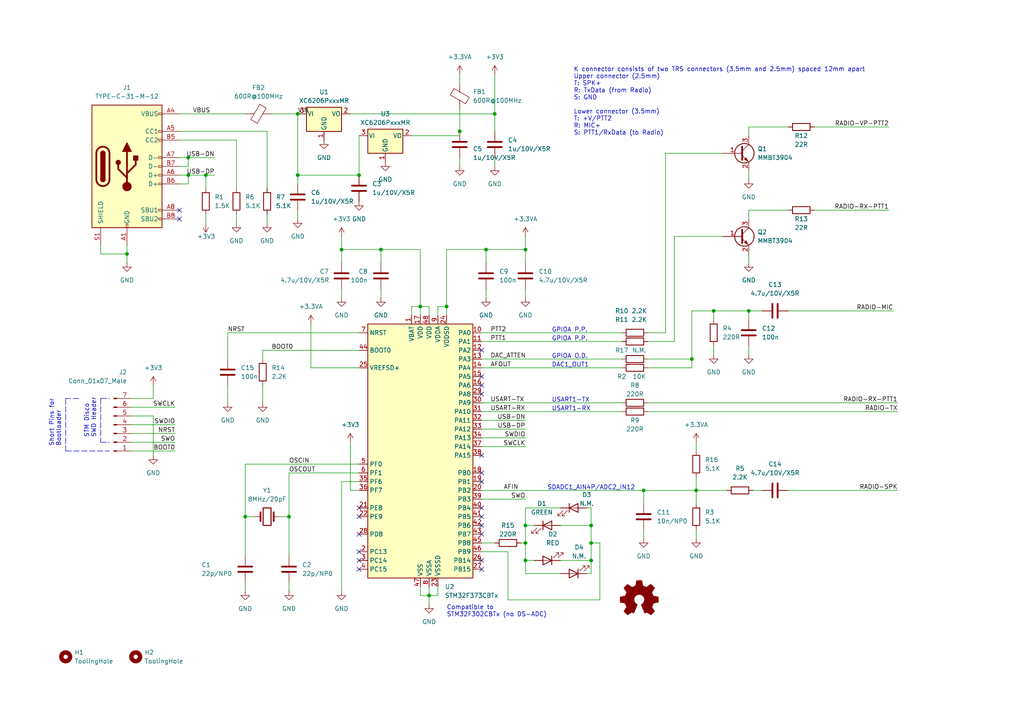
<source format=kicad_sch>
(kicad_sch (version 20231120) (generator "eeschema") (generator_version "8.0")
  (paper "A4")
  (title_block (title "All-In-One-Cable (AIOC)") (rev "1.0"))
  (lib_symbols
    (symbol "Connector:Conn_01x07_Male" (pin_names (offset 1.016) hide)
      (property "Reference" "J" (at 0 10.16 0))
      (property "Value" "Conn_01x07_Male" (at 0 -10.16 0))
      (symbol "Conn_01x07_Male_1_1"
        (pin passive line (at 5.08 7.62 180) (length 3.81) (name "Pin_1") (number "1"))
        (pin passive line (at 5.08 5.08 180) (length 3.81) (name "Pin_2") (number "2"))
        (pin passive line (at 5.08 2.54 180) (length 3.81) (name "Pin_3") (number "3"))
        (pin passive line (at 5.08 0 180) (length 3.81) (name "Pin_4") (number "4"))
        (pin passive line (at 5.08 -2.54 180) (length 3.81) (name "Pin_5") (number "5"))
        (pin passive line (at 5.08 -5.08 180) (length 3.81) (name "Pin_6") (number "6"))
        (pin passive line (at 5.08 -7.62 180) (length 3.81) (name "Pin_7") (number "7"))
      )
    )
    (symbol "Connector:USB_C_Receptacle_USB2.0" (pin_names (offset 1.016))
      (property "Reference" "J" (at -10.16 19.05 0))
      (property "Value" "USB_C_Receptacle_USB2.0" (at 19.05 19.05 0))
      (symbol "USB_C_Receptacle_USB2.0_1_1"
        (pin passive line (at 0 -22.86 90) (length 5.08) (name "GND") (number "A1"))
        (pin passive line (at 0 -22.86 90) (length 5.08) hide (name "GND") (number "A12"))
        (pin passive line (at 15.24 15.24 180) (length 5.08) (name "VBUS") (number "A4"))
        (pin bidirectional line (at 15.24 10.16 180) (length 5.08) (name "CC1") (number "A5"))
        (pin bidirectional line (at 15.24 -2.54 180) (length 5.08) (name "D+") (number "A6"))
        (pin bidirectional line (at 15.24 2.54 180) (length 5.08) (name "D-") (number "A7"))
        (pin bidirectional line (at 15.24 -12.7 180) (length 5.08) (name "SBU1") (number "A8"))
        (pin passive line (at 15.24 15.24 180) (length 5.08) hide (name "VBUS") (number "A9"))
        (pin passive line (at 0 -22.86 90) (length 5.08) hide (name "GND") (number "B1"))
        (pin passive line (at 0 -22.86 90) (length 5.08) hide (name "GND") (number "B12"))
        (pin passive line (at 15.24 15.24 180) (length 5.08) hide (name "VBUS") (number "B4"))
        (pin bidirectional line (at 15.24 7.62 180) (length 5.08) (name "CC2") (number "B5"))
        (pin bidirectional line (at 15.24 -5.08 180) (length 5.08) (name "D+") (number "B6"))
        (pin bidirectional line (at 15.24 0 180) (length 5.08) (name "D-") (number "B7"))
        (pin bidirectional line (at 15.24 -15.24 180) (length 5.08) (name "SBU2") (number "B8"))
        (pin passive line (at 15.24 15.24 180) (length 5.08) hide (name "VBUS") (number "B9"))
        (pin passive line (at -7.62 -22.86 90) (length 5.08) (name "SHIELD") (number "S1"))
      )
    )
    (symbol "Device:C" (pin_numbers hide) (pin_names (offset 0.254))
      (property "Reference" "C" (at 0.635 2.54 0))
      (property "Value" "C" (at 0.635 -2.54 0))
      (symbol "C_1_1"
        (pin passive line (at 0 3.81 270) (length 2.794) (name "~") (number "1"))
        (pin passive line (at 0 -3.81 90) (length 2.794) (name "~") (number "2"))
      )
    )
    (symbol "Device:Crystal" (pin_numbers hide) (pin_names (offset 1.016) hide)
      (property "Reference" "Y" (at 0 3.81 0))
      (property "Value" "Crystal" (at 0 -3.81 0))
      (symbol "Crystal_1_1"
        (pin passive line (at -3.81 0 0) (length 1.27) (name "1") (number "1"))
        (pin passive line (at 3.81 0 180) (length 1.27) (name "2") (number "2"))
      )
    )
    (symbol "Device:FerriteBead" (pin_numbers hide) (pin_names (offset 0))
      (property "Reference" "FB" (at -3.81 0.635 90))
      (property "Value" "FerriteBead" (at 3.81 0 90))
      (symbol "FerriteBead_1_1"
        (pin passive line (at 0 3.81 270) (length 2.54) (name "~") (number "1"))
        (pin passive line (at 0 -3.81 90) (length 2.54) (name "~") (number "2"))
      )
    )
    (symbol "Device:LED" (pin_numbers hide) (pin_names (offset 1.016) hide)
      (property "Reference" "D" (at 0 2.54 0))
      (property "Value" "LED" (at 0 -2.54 0))
      (symbol "LED_1_1"
        (pin passive line (at -3.81 0 0) (length 2.54) (name "K") (number "1"))
        (pin passive line (at 3.81 0 180) (length 2.54) (name "A") (number "2"))
      )
    )
    (symbol "Device:R" (pin_numbers hide) (pin_names (offset 0))
      (property "Reference" "R" (at 2.032 0 90))
      (property "Value" "R" (at 0 0 90))
      (symbol "R_1_1"
        (pin passive line (at 0 3.81 270) (length 1.27) (name "~") (number "1"))
        (pin passive line (at 0 -3.81 90) (length 1.27) (name "~") (number "2"))
      )
    )
    (symbol "Graphic:Logo_Open_Hardware_Small" (pin_names (offset 1.016)))
    (symbol "MCU_ST_STM32F3:STM32F373CBTx"
      (property "Reference" "U" (at -15.24 36.83 0))
      (property "Value" "STM32F373CBTx" (at 10.16 36.83 0))
      (symbol "STM32F373CBTx_1_1"
        (pin power_in line (at -2.54 38.1 270) (length 2.54) (name "VBAT") (number "1"))
        (pin bidirectional line (at 17.78 33.02 180) (length 2.54) (name "PA0") (number "10"))
        (pin bidirectional line (at 17.78 30.48 180) (length 2.54) (name "PA1") (number "11"))
        (pin bidirectional line (at 17.78 27.94 180) (length 2.54) (name "PA2") (number "12"))
        (pin bidirectional line (at 17.78 25.4 180) (length 2.54) (name "PA3") (number "13"))
        (pin bidirectional line (at 17.78 22.86 180) (length 2.54) (name "PA4") (number "14"))
        (pin bidirectional line (at 17.78 20.32 180) (length 2.54) (name "PA5") (number "15"))
        (pin bidirectional line (at 17.78 17.78 180) (length 2.54) (name "PA6") (number "16"))
        (pin power_in line (at 0 38.1 270) (length 2.54) (name "VDD") (number "17"))
        (pin bidirectional line (at 17.78 -7.62 180) (length 2.54) (name "PB0") (number "18"))
        (pin bidirectional line (at 17.78 -10.16 180) (length 2.54) (name "PB1") (number "19"))
        (pin bidirectional line (at -17.78 -30.48 0) (length 2.54) (name "PC13") (number "2"))
        (pin bidirectional line (at 17.78 -12.7 180) (length 2.54) (name "PB2") (number "20"))
        (pin bidirectional line (at -17.78 -17.78 0) (length 2.54) (name "PE8") (number "21"))
        (pin bidirectional line (at -17.78 -20.32 0) (length 2.54) (name "PE9") (number "22"))
        (pin power_in line (at 5.08 -40.64 90) (length 2.54) (name "VSSSD") (number "23"))
        (pin power_in line (at 7.62 38.1 270) (length 2.54) (name "VDDSD") (number "24"))
        (pin power_in line (at -17.78 22.86 0) (length 2.54) (name "VREFSD+") (number "25"))
        (pin bidirectional line (at 17.78 -33.02 180) (length 2.54) (name "PB14") (number "26"))
        (pin bidirectional line (at 17.78 -35.56 180) (length 2.54) (name "PB15") (number "27"))
        (pin bidirectional line (at -17.78 -25.4 0) (length 2.54) (name "PD8") (number "28"))
        (pin bidirectional line (at 17.78 15.24 180) (length 2.54) (name "PA8") (number "29"))
        (pin bidirectional line (at -17.78 -33.02 0) (length 2.54) (name "PC14") (number "3"))
        (pin bidirectional line (at 17.78 12.7 180) (length 2.54) (name "PA9") (number "30"))
        (pin bidirectional line (at 17.78 10.16 180) (length 2.54) (name "PA10") (number "31"))
        (pin bidirectional line (at 17.78 7.62 180) (length 2.54) (name "PA11") (number "32"))
        (pin bidirectional line (at 17.78 5.08 180) (length 2.54) (name "PA12") (number "33"))
        (pin bidirectional line (at 17.78 2.54 180) (length 2.54) (name "PA13") (number "34"))
        (pin bidirectional line (at -17.78 -10.16 0) (length 2.54) (name "PF6") (number "35"))
        (pin bidirectional line (at -17.78 -12.7 0) (length 2.54) (name "PF7") (number "36"))
        (pin bidirectional line (at 17.78 0 180) (length 2.54) (name "PA14") (number "37"))
        (pin bidirectional line (at 17.78 -2.54 180) (length 2.54) (name "PA15") (number "38"))
        (pin bidirectional line (at 17.78 -15.24 180) (length 2.54) (name "PB3") (number "39"))
        (pin bidirectional line (at -17.78 -35.56 0) (length 2.54) (name "PC15") (number "4"))
        (pin bidirectional line (at 17.78 -17.78 180) (length 2.54) (name "PB4") (number "40"))
        (pin bidirectional line (at 17.78 -20.32 180) (length 2.54) (name "PB5") (number "41"))
        (pin bidirectional line (at 17.78 -22.86 180) (length 2.54) (name "PB6") (number "42"))
        (pin bidirectional line (at 17.78 -25.4 180) (length 2.54) (name "PB7") (number "43"))
        (pin input line (at -17.78 27.94 0) (length 2.54) (name "BOOT0") (number "44"))
        (pin bidirectional line (at 17.78 -27.94 180) (length 2.54) (name "PB8") (number "45"))
        (pin bidirectional line (at 17.78 -30.48 180) (length 2.54) (name "PB9") (number "46"))
        (pin power_in line (at 0 -40.64 90) (length 2.54) (name "VSS") (number "47"))
        (pin power_in line (at 2.54 38.1 270) (length 2.54) (name "VDD") (number "48"))
        (pin input line (at -17.78 -5.08 0) (length 2.54) (name "PF0") (number "5"))
        (pin input line (at -17.78 -7.62 0) (length 2.54) (name "PF1") (number "6"))
        (pin input line (at -17.78 33.02 0) (length 2.54) (name "NRST") (number "7"))
        (pin power_in line (at 2.54 -40.64 90) (length 2.54) (name "VSSA") (number "8"))
        (pin power_in line (at 5.08 38.1 270) (length 2.54) (name "VDDA") (number "9"))
      )
    )
    (symbol "Mechanical:MountingHole" (pin_names (offset 1.016))
      (property "Reference" "H" (at 0 5.08 0))
      (property "Value" "MountingHole" (at 0 3.175 0))
    )
    (symbol "Regulator_Linear:XC6206PxxxMR" (pin_names (offset 0.254))
      (property "Reference" "U" (at -3.81 3.175 0))
      (property "Value" "XC6206PxxxMR" (at 0 3.175 0))
      (symbol "XC6206PxxxMR_1_1"
        (pin power_in line (at 0 -7.62 90) (length 2.54) (name "GND") (number "1"))
        (pin power_out line (at 7.62 0 180) (length 2.54) (name "VO") (number "2"))
        (pin power_in line (at -7.62 0 0) (length 2.54) (name "VI") (number "3"))
      )
    )
    (symbol "Transistor_BJT:MMBT3904" (pin_names (offset 0) hide)
      (property "Reference" "Q" (at 5.08 1.905 0))
      (property "Value" "MMBT3904" (at 5.08 0 0))
      (symbol "MMBT3904_1_1"
        (pin input line (at -5.08 0 0) (length 5.715) (name "B") (number "1"))
        (pin passive line (at 2.54 -5.08 90) (length 2.54) (name "E") (number "2"))
        (pin passive line (at 2.54 5.08 270) (length 2.54) (name "C") (number "3"))
      )
    )
    (symbol "power:+3.3VA" (power) (pin_names (offset 0))
      (property "Value" "+3.3VA" (at 0 3.556 0))
      (symbol "+3.3VA_1_1"
        (pin power_in line (at 0 0 90) (length 0) hide (name "+3.3VA") (number "1"))
      )
    )
    (symbol "power:+3V3" (power) (pin_names (offset 0))
      (property "Value" "+3V3" (at 0 3.556 0))
      (symbol "+3V3_1_1"
        (pin power_in line (at 0 0 90) (length 0) hide (name "+3V3") (number "1"))
      )
    )
    (symbol "power:GND" (power) (pin_names (offset 0))
      (property "Value" "GND" (at 0 -3.81 0))
      (symbol "GND_1_1"
        (pin power_in line (at 0 0 270) (length 0) hide (name "GND") (number "1"))
      )
    )
  )
  (junction (at 54.61 45.72))
  (junction (at 152.4 152.4))
  (junction (at 104.14 50.8))
  (junction (at 36.83 73.66))
  (junction (at 59.69 50.8))
  (junction (at 171.45 162.56))
  (junction (at 133.35 38.1))
  (junction (at 140.97 72.39))
  (junction (at 201.93 142.24))
  (junction (at 152.4 162.56))
  (junction (at 86.36 50.8))
  (junction (at 171.45 152.4))
  (junction (at 171.45 157.48))
  (junction (at 129.54 88.9))
  (junction (at 121.92 88.9))
  (junction (at 86.36 33.02))
  (junction (at 152.4 72.39))
  (junction (at 207.01 90.17))
  (junction (at 217.17 90.17))
  (junction (at 99.06 72.39))
  (junction (at 110.49 72.39))
  (junction (at 54.61 50.8))
  (junction (at 71.12 149.86))
  (junction (at 124.46 172.72))
  (junction (at 152.4 157.48))
  (junction (at 186.69 142.24))
  (junction (at 83.82 149.86))
  (junction (at 200.66 104.14))
  (junction (at 143.51 33.02))
  (no_connect (at 104.14 147.32))
  (no_connect (at 139.7 162.56))
  (no_connect (at 104.14 154.94))
  (no_connect (at 104.14 149.86))
  (no_connect (at 139.7 109.22))
  (no_connect (at 139.7 149.86))
  (no_connect (at 104.14 160.02))
  (no_connect (at 139.7 154.94))
  (no_connect (at 52.07 60.96))
  (no_connect (at 139.7 114.3))
  (no_connect (at 139.7 101.6))
  (no_connect (at 139.7 139.7))
  (no_connect (at 139.7 147.32))
  (no_connect (at 52.07 63.5))
  (no_connect (at 139.7 132.08))
  (no_connect (at 139.7 137.16))
  (no_connect (at 104.14 165.1))
  (no_connect (at 139.7 111.76))
  (no_connect (at 104.14 162.56))
  (no_connect (at 139.7 165.1))
  (no_connect (at 139.7 152.4))
  (wire (pts (xy 187.96 119.38) (xy 260.35 119.38)))
  (wire (pts (xy 143.51 21.59) (xy 143.51 33.02)))
  (wire (pts (xy 186.69 153.67) (xy 186.69 156.21)))
  (wire (pts (xy 200.66 106.68) (xy 200.66 104.14)))
  (wire (pts (xy 121.92 72.39) (xy 110.49 72.39)))
  (wire (pts (xy 124.46 172.72) (xy 124.46 175.26)))
  (wire (pts (xy 121.92 91.44) (xy 121.92 88.9)))
  (wire (pts (xy 124.46 88.9) (xy 124.46 91.44)))
  (wire (pts (xy 139.7 129.54) (xy 152.4 129.54)))
  (wire (pts (xy 228.6 90.17) (xy 259.08 90.17)))
  (wire (pts (xy 104.14 39.37) (xy 104.14 50.8)))
  (wire (pts (xy 195.58 99.06) (xy 195.58 68.58)))
  (wire (pts (xy 83.82 137.16) (xy 83.82 149.86)))
  (wire (pts (xy 171.45 147.32) (xy 170.18 147.32)))
  (wire (pts (xy 66.04 96.52) (xy 66.04 104.14)))
  (wire (pts (xy 52.07 38.1) (xy 77.47 38.1)))
  (wire (pts (xy 99.06 68.58) (xy 99.06 72.39)))
  (wire (pts (xy 140.97 72.39) (xy 140.97 76.2)))
  (wire (pts (xy 147.32 173.99) (xy 147.32 160.02)))
  (polyline (pts (xy 22.86 115.57) (xy 19.05 115.57)) (stroke (width 0) (type dash)))
  (wire (pts (xy 77.47 62.23) (xy 77.47 64.77)))
  (wire (pts (xy 170.18 166.37) (xy 171.45 166.37)))
  (wire (pts (xy 236.22 36.83) (xy 257.81 36.83)))
  (wire (pts (xy 101.6 33.02) (xy 143.51 33.02)))
  (wire (pts (xy 162.56 166.37) (xy 152.4 166.37)))
  (wire (pts (xy 127 88.9) (xy 127 91.44)))
  (wire (pts (xy 66.04 111.76) (xy 66.04 116.84)))
  (wire (pts (xy 152.4 72.39) (xy 152.4 76.2)))
  (wire (pts (xy 162.56 147.32) (xy 152.4 147.32)))
  (wire (pts (xy 104.14 96.52) (xy 66.04 96.52)))
  (wire (pts (xy 201.93 146.05) (xy 201.93 142.24)))
  (polyline (pts (xy 29.21 115.57) (xy 29.21 128.27)) (stroke (width 0) (type dash)))
  (wire (pts (xy 187.96 106.68) (xy 200.66 106.68)))
  (wire (pts (xy 171.45 152.4) (xy 171.45 157.48)))
  (wire (pts (xy 38.1 115.57) (xy 44.45 115.57)))
  (polyline (pts (xy 19.05 130.81) (xy 31.75 130.81)) (stroke (width 0) (type dash)))
  (wire (pts (xy 152.4 162.56) (xy 154.94 162.56)))
  (wire (pts (xy 44.45 115.57) (xy 44.45 111.76)))
  (wire (pts (xy 38.1 128.27) (xy 50.8 128.27)))
  (wire (pts (xy 217.17 73.66) (xy 217.17 76.2)))
  (wire (pts (xy 152.4 83.82) (xy 152.4 86.36)))
  (wire (pts (xy 71.12 149.86) (xy 73.66 149.86)))
  (wire (pts (xy 193.04 44.45) (xy 209.55 44.45)))
  (wire (pts (xy 121.92 170.18) (xy 121.92 172.72)))
  (wire (pts (xy 99.06 139.7) (xy 99.06 171.45)))
  (wire (pts (xy 217.17 100.33) (xy 217.17 102.87)))
  (wire (pts (xy 133.35 31.75) (xy 133.35 38.1)))
  (wire (pts (xy 129.54 72.39) (xy 129.54 88.9)))
  (wire (pts (xy 29.21 71.12) (xy 29.21 73.66)))
  (wire (pts (xy 71.12 149.86) (xy 71.12 161.29)))
  (wire (pts (xy 77.47 38.1) (xy 77.47 54.61)))
  (wire (pts (xy 86.36 33.02) (xy 86.36 50.8)))
  (wire (pts (xy 217.17 39.37) (xy 217.17 36.83)))
  (wire (pts (xy 151.13 157.48) (xy 152.4 157.48)))
  (wire (pts (xy 54.61 45.72) (xy 62.23 45.72)))
  (wire (pts (xy 110.49 72.39) (xy 110.49 76.2)))
  (wire (pts (xy 133.35 45.72) (xy 133.35 48.26)))
  (wire (pts (xy 152.4 157.48) (xy 152.4 162.56)))
  (wire (pts (xy 139.7 127) (xy 152.4 127)))
  (wire (pts (xy 71.12 134.62) (xy 71.12 149.86)))
  (wire (pts (xy 217.17 90.17) (xy 220.98 90.17)))
  (wire (pts (xy 139.7 119.38) (xy 180.34 119.38)))
  (wire (pts (xy 171.45 166.37) (xy 171.45 162.56)))
  (wire (pts (xy 121.92 88.9) (xy 124.46 88.9)))
  (wire (pts (xy 193.04 44.45) (xy 193.04 96.52)))
  (wire (pts (xy 59.69 50.8) (xy 59.69 54.61)))
  (wire (pts (xy 76.2 111.76) (xy 76.2 116.84)))
  (wire (pts (xy 171.45 157.48) (xy 171.45 162.56)))
  (wire (pts (xy 36.83 73.66) (xy 36.83 76.2)))
  (wire (pts (xy 83.82 168.91) (xy 83.82 171.45)))
  (wire (pts (xy 44.45 120.65) (xy 44.45 132.08)))
  (wire (pts (xy 133.35 39.37) (xy 133.35 38.1)))
  (wire (pts (xy 139.7 144.78) (xy 152.4 144.78)))
  (wire (pts (xy 236.22 60.96) (xy 257.81 60.96)))
  (wire (pts (xy 228.6 142.24) (xy 260.35 142.24)))
  (wire (pts (xy 99.06 83.82) (xy 99.06 86.36)))
  (wire (pts (xy 119.38 88.9) (xy 121.92 88.9)))
  (wire (pts (xy 195.58 68.58) (xy 209.55 68.58)))
  (wire (pts (xy 187.96 116.84) (xy 260.35 116.84)))
  (polyline (pts (xy 29.21 128.27) (xy 31.75 128.27)) (stroke (width 0) (type dash)))
  (wire (pts (xy 38.1 125.73) (xy 50.8 125.73)))
  (wire (pts (xy 152.4 166.37) (xy 152.4 162.56)))
  (wire (pts (xy 173.99 157.48) (xy 173.99 173.99)))
  (wire (pts (xy 119.38 91.44) (xy 119.38 88.9)))
  (wire (pts (xy 52.07 50.8) (xy 54.61 50.8)))
  (wire (pts (xy 173.99 173.99) (xy 147.32 173.99)))
  (wire (pts (xy 76.2 101.6) (xy 76.2 104.14)))
  (wire (pts (xy 207.01 92.71) (xy 207.01 90.17)))
  (wire (pts (xy 38.1 118.11) (xy 50.8 118.11)))
  (wire (pts (xy 217.17 36.83) (xy 228.6 36.83)))
  (wire (pts (xy 143.51 45.72) (xy 143.51 48.26)))
  (wire (pts (xy 124.46 170.18) (xy 124.46 172.72)))
  (wire (pts (xy 139.7 99.06) (xy 180.34 99.06)))
  (wire (pts (xy 86.36 50.8) (xy 104.14 50.8)))
  (wire (pts (xy 52.07 48.26) (xy 54.61 48.26)))
  (wire (pts (xy 143.51 33.02) (xy 143.51 38.1)))
  (wire (pts (xy 52.07 53.34) (xy 54.61 53.34)))
  (wire (pts (xy 68.58 40.64) (xy 68.58 54.61)))
  (wire (pts (xy 104.14 139.7) (xy 99.06 139.7)))
  (wire (pts (xy 217.17 90.17) (xy 217.17 92.71)))
  (wire (pts (xy 81.28 149.86) (xy 83.82 149.86)))
  (wire (pts (xy 171.45 152.4) (xy 171.45 147.32)))
  (wire (pts (xy 133.35 21.59) (xy 133.35 24.13)))
  (wire (pts (xy 200.66 90.17) (xy 207.01 90.17)))
  (wire (pts (xy 186.69 146.05) (xy 186.69 142.24)))
  (wire (pts (xy 207.01 100.33) (xy 207.01 102.87)))
  (wire (pts (xy 127 170.18) (xy 127 172.72)))
  (wire (pts (xy 29.21 73.66) (xy 36.83 73.66)))
  (wire (pts (xy 139.7 116.84) (xy 180.34 116.84)))
  (wire (pts (xy 217.17 60.96) (xy 228.6 60.96)))
  (wire (pts (xy 162.56 152.4) (xy 171.45 152.4)))
  (wire (pts (xy 101.6 128.27) (xy 101.6 142.24)))
  (wire (pts (xy 104.14 101.6) (xy 76.2 101.6)))
  (wire (pts (xy 201.93 128.27) (xy 201.93 130.81)))
  (wire (pts (xy 110.49 83.82) (xy 110.49 86.36)))
  (wire (pts (xy 52.07 33.02) (xy 71.12 33.02)))
  (wire (pts (xy 129.54 72.39) (xy 140.97 72.39)))
  (wire (pts (xy 201.93 142.24) (xy 210.82 142.24)))
  (wire (pts (xy 217.17 49.53) (xy 217.17 52.07)))
  (wire (pts (xy 187.96 104.14) (xy 200.66 104.14)))
  (wire (pts (xy 200.66 104.14) (xy 200.66 90.17)))
  (wire (pts (xy 83.82 137.16) (xy 104.14 137.16)))
  (wire (pts (xy 201.93 138.43) (xy 201.93 142.24)))
  (wire (pts (xy 139.7 96.52) (xy 180.34 96.52)))
  (wire (pts (xy 218.44 142.24) (xy 220.98 142.24)))
  (wire (pts (xy 83.82 149.86) (xy 83.82 161.29)))
  (wire (pts (xy 119.38 39.37) (xy 133.35 39.37)))
  (wire (pts (xy 171.45 157.48) (xy 173.99 157.48)))
  (wire (pts (xy 152.4 152.4) (xy 152.4 157.48)))
  (wire (pts (xy 201.93 153.67) (xy 201.93 156.21)))
  (wire (pts (xy 44.45 120.65) (xy 38.1 120.65)))
  (wire (pts (xy 104.14 142.24) (xy 101.6 142.24)))
  (wire (pts (xy 71.12 168.91) (xy 71.12 171.45)))
  (wire (pts (xy 52.07 45.72) (xy 54.61 45.72)))
  (wire (pts (xy 68.58 62.23) (xy 68.58 64.77)))
  (wire (pts (xy 90.17 106.68) (xy 104.14 106.68)))
  (wire (pts (xy 129.54 88.9) (xy 127 88.9)))
  (polyline (pts (xy 19.05 115.57) (xy 19.05 130.81)) (stroke (width 0) (type dash)))
  (wire (pts (xy 127 172.72) (xy 124.46 172.72)))
  (polyline (pts (xy 29.21 115.57) (xy 31.75 115.57)) (stroke (width 0) (type dash)))
  (wire (pts (xy 154.94 152.4) (xy 152.4 152.4)))
  (wire (pts (xy 121.92 72.39) (xy 121.92 88.9)))
  (wire (pts (xy 139.7 104.14) (xy 180.34 104.14)))
  (wire (pts (xy 54.61 50.8) (xy 54.61 53.34)))
  (wire (pts (xy 139.7 121.92) (xy 152.4 121.92)))
  (wire (pts (xy 52.07 40.64) (xy 68.58 40.64)))
  (wire (pts (xy 86.36 50.8) (xy 86.36 53.34)))
  (wire (pts (xy 139.7 157.48) (xy 143.51 157.48)))
  (wire (pts (xy 140.97 83.82) (xy 140.97 86.36)))
  (wire (pts (xy 54.61 45.72) (xy 54.61 48.26)))
  (wire (pts (xy 162.56 162.56) (xy 171.45 162.56)))
  (wire (pts (xy 147.32 160.02) (xy 139.7 160.02)))
  (wire (pts (xy 139.7 106.68) (xy 180.34 106.68)))
  (wire (pts (xy 129.54 91.44) (xy 129.54 88.9)))
  (wire (pts (xy 124.46 172.72) (xy 121.92 172.72)))
  (wire (pts (xy 86.36 60.96) (xy 86.36 63.5)))
  (wire (pts (xy 140.97 72.39) (xy 152.4 72.39)))
  (wire (pts (xy 99.06 72.39) (xy 99.06 76.2)))
  (wire (pts (xy 54.61 50.8) (xy 59.69 50.8)))
  (wire (pts (xy 59.69 62.23) (xy 59.69 64.77)))
  (wire (pts (xy 217.17 63.5) (xy 217.17 60.96)))
  (wire (pts (xy 110.49 72.39) (xy 99.06 72.39)))
  (wire (pts (xy 36.83 71.12) (xy 36.83 73.66)))
  (wire (pts (xy 71.12 134.62) (xy 104.14 134.62)))
  (wire (pts (xy 186.69 142.24) (xy 201.93 142.24)))
  (wire (pts (xy 62.23 50.8) (xy 59.69 50.8)))
  (wire (pts (xy 139.7 142.24) (xy 186.69 142.24)))
  (wire (pts (xy 38.1 130.81) (xy 50.8 130.81)))
  (wire (pts (xy 152.4 147.32) (xy 152.4 152.4)))
  (wire (pts (xy 139.7 124.46) (xy 152.4 124.46)))
  (wire (pts (xy 207.01 90.17) (xy 217.17 90.17)))
  (wire (pts (xy 187.96 96.52) (xy 193.04 96.52)))
  (wire (pts (xy 78.74 33.02) (xy 86.36 33.02)))
  (wire (pts (xy 187.96 99.06) (xy 195.58 99.06)))
  (wire (pts (xy 152.4 68.58) (xy 152.4 72.39)))
  (wire (pts (xy 38.1 123.19) (xy 50.8 123.19)))
  (wire (pts (xy 90.17 93.98) (xy 90.17 106.68)))
  (text "STM Disco\nSWD Header" (at 27.94 127 90) (effects (font (size 1.27 1.27)) (justify left bottom)))
  (text "Short Pins for\nBootloader" (at 17.78 129.54 90) (effects (font (size 1.27 1.27)) (justify left bottom)))
  (text "SDADC1_AIN4P/ADC2_IN12" (at 158.75 142.24 0) (effects (font (size 1.27 1.27)) (justify left bottom)))
  (text "USART1-TX" (at 160.02 116.84 0) (effects (font (size 1.27 1.27)) (justify left bottom)))
  (text "K connector consists of two TRS connectors (3.5mm and 2.5mm) spaced 12mm apart\nUpper connector (2.5mm)\nT: SPK+\nR: TxData (from Radio)\nS: GND\n\nLower connector (3.5mm)\nT: +V/PTT2\nR: MIC+\nS: PTT1/RxData (to Radio)\n" (at 166.37 39.37 0) (effects (font (size 1.27 1.27)) (justify left bottom)))
  (text "GPIOA P.P." (at 160.02 99.06 0) (effects (font (size 1.27 1.27)) (justify left bottom)))
  (text "DAC1_OUT1" (at 160.02 106.68 0) (effects (font (size 1.27 1.27)) (justify left bottom)))
  (text "GPIOA O.D." (at 160.02 104.14 0) (effects (font (size 1.27 1.27)) (justify left bottom)))
  (text "Compatible to \nSTM32F302CBTx (no DS-ADC)" (at 129.54 179.07 0) (effects (font (size 1.27 1.27)) (justify left bottom)))
  (text "USART1-RX" (at 160.02 119.38 0) (effects (font (size 1.27 1.27)) (justify left bottom)))
  (text "GPIOA P.P." (at 160.02 96.52 0) (effects (font (size 1.27 1.27)) (justify left bottom)))
  (label "OSCIN" (at 83.82 134.62 0))
  (label "RADIO-VP-PTT2" (at 257.81 36.83 180))
  (label "AFIN" (at 146.05 142.24 0))
  (label "VBUS" (at 55.88 33.02 0))
  (label "NRST" (at 66.04 96.52 0))
  (label "PTT2" (at 142.24 96.52 0))
  (label "SWO" (at 50.8 128.27 180))
  (label "SWO" (at 152.4 144.78 180))
  (label "SWDIO" (at 152.4 127 180))
  (label "USB-DN" (at 62.23 45.72 180))
  (label "OSCOUT" (at 83.82 137.16 0))
  (label "USB-DP" (at 62.23 50.8 180))
  (label "BOOT0" (at 78.74 101.6 0))
  (label "USART-RX" (at 142.24 119.38 0))
  (label "SWDIO" (at 50.8 123.19 180))
  (label "USB-DP" (at 152.4 124.46 180))
  (label "VIN" (at 86.36 33.02 0))
  (label "PTT1" (at 142.24 99.06 0))
  (label "AFOUT" (at 142.24 106.68 0))
  (label "SWCLK" (at 50.8 118.11 180))
  (label "RADIO-RX-PTT1" (at 260.35 116.84 180))
  (label "RADIO-MIC" (at 259.08 90.17 180))
  (label "RADIO-RX-PTT1" (at 257.81 60.96 180))
  (label "USART-TX" (at 142.24 116.84 0))
  (label "SWCLK" (at 152.4 129.54 180))
  (label "BOOT0" (at 50.8 130.81 180))
  (label "NRST" (at 50.8 125.73 180))
  (label "RADIO-SPK" (at 260.35 142.24 180))
  (label "DAC_ATTEN" (at 142.24 104.14 0))
  (label "USB-DN" (at 152.4 121.92 180))
  (label "RADIO-TX" (at 260.35 119.38 180))
  (symbol (lib_id "Device:R") (at 184.15 116.84 270) (unit 1)
    (property "Reference" "R8" (at 184.15 111.76 90))
    (property "Value" "220R" (at 184.15 114.3 90))
    (property "Footprint" "Resistor_SMD:R_0603_1608Metric" (effects (hide yes)))
    (property "LCSC" "C22962" (effects (hide yes)))
  )
  (symbol (lib_id "power:+3V3") (at 59.69 64.77 180) (unit 1)
    (property "Reference" "#PWR07" (effects (hide yes)))
    (property "Value" "+3V3" (at 57.15 68.58 0) (effects (justify right)))
  )
  (symbol (lib_id "Mechanical:MountingHole") (at 19.05 190.5 0) (unit 1) (in_bom no)
    (property "Reference" "H1" (at 21.59 189.2299 0) (effects (justify left)))
    (property "Value" "ToolingHole" (at 21.59 191.7699 0) (effects (justify left)))
    (property "Footprint" "AIOC:TOOLING-HOLE" (effects (hide yes)))
  )
  (symbol (lib_id "power:GND") (at 99.06 86.36 0) (mirror y) (unit 1)
    (property "Reference" "#PWR0115" (effects (hide yes)))
    (property "Value" "GND" (at 99.06 91.44 0))
  )
  (symbol (lib_id "power:+3.3VA") (at 133.35 21.59 0) (unit 1)
    (property "Reference" "#PWR0109" (effects (hide yes)))
    (property "Value" "+3.3VA" (at 133.35 16.51 0))
  )
  (symbol (lib_id "Transistor_BJT:MMBT3904") (at 214.63 44.45 0) (unit 1)
    (property "Reference" "Q1" (at 219.71 43.1799 0) (effects (justify left)))
    (property "Value" "MMBT3904" (at 219.71 45.7199 0) (effects (justify left)))
    (property "Footprint" "Package_TO_SOT_SMD:SOT-23" (effects (hide yes)))
    (property "Datasheet" "https://www.onsemi.com/pdf/datasheet/pzt3904-d.pdf" (effects (hide yes)))
    (property "Description" "0.2A Ic, 40V Vce, Small Signal NPN Transistor, SOT-23" (effects (hide yes)))
  )
  (symbol (lib_id "Device:R") (at 214.63 142.24 90) (unit 1)
    (property "Reference" "R5" (at 214.63 135.89 90))
    (property "Value" "2.2K" (at 214.63 138.43 90))
    (property "Footprint" "Resistor_SMD:R_0603_1608Metric" (effects (hide yes)))
    (property "LCSC" "C4190" (effects (hide yes)))
  )
  (symbol (lib_id "Graphic:Logo_Open_Hardware_Small") (at 185.42 173.99 0) (unit 1)
    (property "Reference" "#LOGO1" (effects (hide yes)))
    (property "Value" "Logo_Open_Hardware_Small" (effects (hide yes)))
  )
  (symbol (lib_id "power:+3V3") (at 143.51 21.59 0) (unit 1)
    (property "Reference" "#PWR0108" (effects (hide yes)))
    (property "Value" "+3V3" (at 143.51 16.51 0))
  )
  (symbol (lib_id "Device:R") (at 184.15 104.14 270) (unit 1)
    (property "Reference" "R17" (at 180.34 101.6 90))
    (property "Value" "N.M." (at 185.42 101.6 90))
    (property "Footprint" "Resistor_SMD:R_0603_1608Metric" (effects (hide yes)))
  )
  (symbol (lib_id "Device:R") (at 147.32 157.48 270) (unit 1)
    (property "Reference" "R15" (at 147.32 152.4 90))
    (property "Value" "220R" (at 147.32 154.94 90))
    (property "Footprint" "Resistor_SMD:R_0603_1608Metric" (effects (hide yes)))
    (property "LCSC" "C22962" (effects (hide yes)))
  )
  (symbol (lib_id "power:GND") (at 36.83 76.2 0) (unit 1)
    (property "Reference" "#PWR0101" (effects (hide yes)))
    (property "Value" "GND" (at 36.83 81.28 0))
  )
  (symbol (lib_id "Regulator_Linear:XC6206PxxxMR") (at 111.76 39.37 0) (unit 1)
    (property "Reference" "U3" (at 111.76 33.02 0))
    (property "Value" "XC6206PxxxMR" (at 111.76 35.56 0))
    (property "Footprint" "Package_TO_SOT_SMD:SOT-23-3" (effects (hide yes)))
    (property "Datasheet" "https://www.torexsemi.com/file/xc6206/XC6206.pdf" (effects (hide yes)))
    (property "Description" "Positive 60-250mA Low Dropout Regulator, Fixed Output, SOT-23" (effects (hide yes)))
  )
  (symbol (lib_id "power:GND") (at 66.04 116.84 0) (mirror y) (unit 1)
    (property "Reference" "#PWR0121" (effects (hide yes)))
    (property "Value" "GND" (at 66.04 121.92 0))
  )
  (symbol (lib_id "Device:LED") (at 166.37 147.32 0) (unit 1)
    (property "Reference" "D3" (at 170.18 143.51 0))
    (property "Value" "N.M." (at 170.18 146.05 0))
    (property "Footprint" "LED_SMD:LED_0603_1608Metric" (effects (hide yes)))
  )
  (symbol (lib_id "Regulator_Linear:XC6206PxxxMR") (at 93.98 33.02 0) (unit 1)
    (property "Reference" "U1" (at 93.98 26.67 0))
    (property "Value" "XC6206PxxxMR" (at 93.98 29.21 0))
    (property "Footprint" "Package_TO_SOT_SMD:SOT-23-3" (effects (hide yes)))
    (property "Datasheet" "https://www.torexsemi.com/file/xc6206/XC6206.pdf" (effects (hide yes)))
    (property "Description" "Positive 60-250mA Low Dropout Regulator, Fixed Output, SOT-23" (effects (hide yes)))
  )
  (symbol (lib_id "Device:R") (at 68.58 58.42 180) (unit 1)
    (property "Reference" "R6" (at 71.12 57.1499 0) (effects (justify right)))
    (property "Value" "5.1K" (at 71.12 59.6899 0) (effects (justify right)))
    (property "Footprint" "Resistor_SMD:R_0603_1608Metric" (effects (hide yes)))
    (property "LCSC" "C23186" (effects (hide yes)))
  )
  (symbol (lib_id "MCU_ST_STM32F3:STM32F373CBTx") (at 121.92 129.54 0) (unit 1)
    (property "Reference" "U2" (at 129.0194 170.18 0) (effects (justify left)))
    (property "Value" "STM32F373CBTx" (at 129.0194 172.72 0) (effects (justify left)))
    (property "Footprint" "Package_QFP:LQFP-48_7x7mm_P0.5mm" (effects (hide yes)))
    (property "Datasheet" "http://www.st.com/st-web-ui/static/active/en/resource/technical/document/datasheet/DM00046749.pdf" (effects (hide yes)))
    (property "LCSC" "C94046" (effects (hide yes)))
  )
  (symbol (lib_id "Device:C") (at 217.17 96.52 0) (unit 1)
    (property "Reference" "C12" (at 220.98 95.2499 0) (effects (justify left)))
    (property "Value" "100n" (at 220.98 97.7899 0) (effects (justify left)))
    (property "Footprint" "Capacitor_SMD:C_0603_1608Metric" (effects (hide yes)))
    (property "LCSC" "C14663" (effects (hide yes)))
  )
  (symbol (lib_id "Device:FerriteBead") (at 133.35 27.94 0) (unit 1)
    (property "Reference" "FB1" (at 137.16 26.6191 0) (effects (justify left)))
    (property "Value" "600R@100MHz" (at 137.16 29.1591 0) (effects (justify left)))
    (property "Footprint" "Inductor_SMD:L_0603_1608Metric" (effects (hide yes)))
    (property "LCSC" "C1002" (effects (hide yes)))
  )
  (symbol (lib_id "Device:LED") (at 158.75 152.4 0) (unit 1)
    (property "Reference" "D1" (at 157.1625 146.05 0))
    (property "Value" "GREEN" (at 157.1625 148.59 0))
    (property "Footprint" "LED_SMD:LED_0603_1608Metric" (effects (hide yes)))
    (property "LCSC" "C72043" (effects (hide yes)))
  )
  (symbol (lib_id "power:+3V3") (at 99.06 68.58 0) (unit 1)
    (property "Reference" "#PWR0113" (effects (hide yes)))
    (property "Value" "+3V3" (at 99.06 63.5 0))
  )
  (symbol (lib_id "power:+3.3VA") (at 152.4 68.58 0) (unit 1)
    (property "Reference" "#PWR0112" (effects (hide yes)))
    (property "Value" "+3.3VA" (at 152.4 63.5 0))
  )
  (symbol (lib_id "Transistor_BJT:MMBT3904") (at 214.63 68.58 0) (unit 1)
    (property "Reference" "Q2" (at 219.71 67.3099 0) (effects (justify left)))
    (property "Value" "MMBT3904" (at 219.71 69.8499 0) (effects (justify left)))
    (property "Footprint" "Package_TO_SOT_SMD:SOT-23" (effects (hide yes)))
    (property "Datasheet" "https://www.onsemi.com/pdf/datasheet/pzt3904-d.pdf" (effects (hide yes)))
    (property "Description" "0.2A Ic, 40V Vce, Small Signal NPN Transistor, SOT-23" (effects (hide yes)))
  )
  (symbol (lib_id "Device:C") (at 71.12 165.1 0) (unit 1)
    (property "Reference" "C1" (at 58.42 163.83 0) (effects (justify left)))
    (property "Value" "22p/NP0" (at 58.42 166.37 0) (effects (justify left)))
    (property "Footprint" "Capacitor_SMD:C_0603_1608Metric" (effects (hide yes)))
    (property "LCSC" "C1653" (effects (hide yes)))
  )
  (symbol (lib_id "power:GND") (at 217.17 52.07 0) (unit 1)
    (property "Reference" "#PWR05" (effects (hide yes)))
    (property "Value" "GND" (at 217.17 57.15 0))
  )
  (symbol (lib_id "Device:C") (at 224.79 90.17 90) (unit 1)
    (property "Reference" "C13" (at 224.79 82.55 90))
    (property "Value" "4.7u/10V/X5R" (at 224.79 85.09 90))
    (property "Footprint" "Capacitor_SMD:C_0603_1608Metric" (effects (hide yes)))
    (property "LCSC" "C19666" (effects (hide yes)))
  )
  (symbol (lib_id "Device:FerriteBead") (at 74.93 33.02 270) (unit 1)
    (property "Reference" "FB2" (at 74.9808 25.4 90))
    (property "Value" "600R@100MHz" (at 74.9808 27.94 90))
    (property "Footprint" "Inductor_SMD:L_0603_1608Metric" (effects (hide yes)))
    (property "LCSC" "C1002" (effects (hide yes)))
  )
  (symbol (lib_id "power:GND") (at 77.47 64.77 0) (unit 1)
    (property "Reference" "#PWR0120" (effects (hide yes)))
    (property "Value" "GND" (at 77.47 69.85 0))
  )
  (symbol (lib_id "Device:R") (at 232.41 36.83 270) (unit 1)
    (property "Reference" "R12" (at 232.41 39.37 90))
    (property "Value" "22R" (at 232.41 41.91 90))
    (property "Footprint" "Resistor_SMD:R_0402_1005Metric" (effects (hide yes)))
    (property "LCSC" "C23345" (effects (hide yes)))
  )
  (symbol (lib_id "power:+3.3VA") (at 201.93 128.27 0) (unit 1)
    (property "Reference" "#PWR08" (effects (hide yes)))
    (property "Value" "+3.3VA" (at 201.93 123.19 0))
  )
  (symbol (lib_id "power:GND") (at 124.46 175.26 0) (unit 1)
    (property "Reference" "#PWR0102" (effects (hide yes)))
    (property "Value" "GND" (at 124.46 180.34 0))
  )
  (symbol (lib_id "power:GND") (at 44.45 132.08 0) (mirror y) (unit 1)
    (property "Reference" "#PWR0124" (effects (hide yes)))
    (property "Value" "GND" (at 44.45 137.16 0))
  )
  (symbol (lib_id "power:+3V3") (at 101.6 128.27 0) (unit 1)
    (property "Reference" "#PWR0125" (effects (hide yes)))
    (property "Value" "+3V3" (at 101.6 123.19 0))
  )
  (symbol (lib_id "Device:Crystal") (at 77.47 149.86 0) (unit 1)
    (property "Reference" "Y1" (at 77.47 142.24 0))
    (property "Value" "8MHz/20pF" (at 77.47 144.78 0))
    (property "Footprint" "AIOC:Crystal_SMD_5032-2Pin_5.0x3.2mm" (effects (hide yes)))
    (property "LCSC" "C115962" (effects (hide yes)))
  )
  (symbol (lib_id "Device:R") (at 59.69 58.42 180) (unit 1)
    (property "Reference" "R1" (at 62.23 57.1499 0) (effects (justify right)))
    (property "Value" "1.5K" (at 62.23 59.6899 0) (effects (justify right)))
    (property "Footprint" "Resistor_SMD:R_0402_1005Metric" (effects (hide yes)))
    (property "LCSC" "C22843" (effects (hide yes)))
  )
  (symbol (lib_id "Device:C") (at 224.79 142.24 90) (unit 1)
    (property "Reference" "C14" (at 224.79 134.62 90))
    (property "Value" "4.7u/10V/X5R" (at 224.79 137.16 90))
    (property "Footprint" "Capacitor_SMD:C_0603_1608Metric" (effects (hide yes)))
    (property "LCSC" "C19666" (effects (hide yes)))
  )
  (symbol (lib_id "power:+3.3VA") (at 90.17 93.98 0) (unit 1)
    (property "Reference" "#PWR0116" (effects (hide yes)))
    (property "Value" "+3.3VA" (at 90.17 88.9 0))
  )
  (symbol (lib_id "Device:C") (at 152.4 80.01 0) (unit 1)
    (property "Reference" "C10" (at 156.21 78.7399 0) (effects (justify left)))
    (property "Value" "4.7u/10V/X5R" (at 156.21 81.2799 0) (effects (justify left)))
    (property "Footprint" "Capacitor_SMD:C_0603_1608Metric" (effects (hide yes)))
    (property "LCSC" "C19666" (effects (hide yes)))
  )
  (symbol (lib_id "power:GND") (at 217.17 102.87 0) (unit 1)
    (property "Reference" "#PWR04" (effects (hide yes)))
    (property "Value" "GND" (at 217.17 107.95 0))
  )
  (symbol (lib_id "power:GND") (at 104.14 58.42 0) (unit 1)
    (property "Reference" "#PWR011" (effects (hide yes)))
    (property "Value" "GND" (at 104.14 63.5 0))
  )
  (symbol (lib_id "Device:R") (at 184.15 119.38 270) (unit 1)
    (property "Reference" "R9" (at 184.15 121.92 90))
    (property "Value" "220R" (at 184.15 124.46 90))
    (property "Footprint" "Resistor_SMD:R_0603_1608Metric" (effects (hide yes)))
    (property "LCSC" "C22962" (effects (hide yes)))
  )
  (symbol (lib_id "Device:C") (at 186.69 149.86 0) (unit 1)
    (property "Reference" "C11" (at 190.5 148.59 0) (effects (justify left)))
    (property "Value" "10n/NP0" (at 190.5 151.1299 0) (effects (justify left)))
    (property "Footprint" "Capacitor_SMD:C_0603_1608Metric" (effects (hide yes)))
    (property "LCSC" "C57112" (effects (hide yes)))
  )
  (symbol (lib_id "power:GND") (at 110.49 86.36 0) (mirror y) (unit 1)
    (property "Reference" "#PWR0114" (effects (hide yes)))
    (property "Value" "GND" (at 110.49 91.44 0))
  )
  (symbol (lib_id "power:GND") (at 133.35 48.26 0) (unit 1)
    (property "Reference" "#PWR0126" (effects (hide yes)))
    (property "Value" "GND" (at 133.35 53.34 0))
  )
  (symbol (lib_id "Device:R") (at 77.47 58.42 180) (unit 1)
    (property "Reference" "R7" (at 80.01 57.1499 0) (effects (justify right)))
    (property "Value" "5.1K" (at 80.01 59.6899 0) (effects (justify right)))
    (property "Footprint" "Resistor_SMD:R_0603_1608Metric" (effects (hide yes)))
    (property "LCSC" "C23186" (effects (hide yes)))
  )
  (symbol (lib_id "power:+3V3") (at 44.45 111.76 0) (unit 1)
    (property "Reference" "#PWR0110" (effects (hide yes)))
    (property "Value" "+3V3" (at 44.45 106.68 0))
  )
  (symbol (lib_id "Device:R") (at 184.15 99.06 90) (unit 1)
    (property "Reference" "R11" (at 180.34 92.71 90))
    (property "Value" "2.2K" (at 185.42 92.71 90))
    (property "Footprint" "Resistor_SMD:R_0402_1005Metric" (effects (hide yes)))
    (property "LCSC" "C4190" (effects (hide yes)))
  )
  (symbol (lib_id "power:GND") (at 93.98 40.64 0) (unit 1)
    (property "Reference" "#PWR010" (effects (hide yes)))
    (property "Value" "GND" (at 93.98 45.72 0))
  )
  (symbol (lib_id "power:GND") (at 143.51 48.26 0) (unit 1)
    (property "Reference" "#PWR0106" (effects (hide yes)))
    (property "Value" "GND" (at 143.51 53.34 0))
  )
  (symbol (lib_id "Device:R") (at 184.15 96.52 90) (unit 1)
    (property "Reference" "R10" (at 180.34 90.17 90))
    (property "Value" "2.2K" (at 185.42 90.17 90))
    (property "Footprint" "Resistor_SMD:R_0402_1005Metric" (effects (hide yes)))
    (property "LCSC" "C4190" (effects (hide yes)))
  )
  (symbol (lib_id "power:GND") (at 152.4 86.36 0) (unit 1)
    (property "Reference" "#PWR0117" (effects (hide yes)))
    (property "Value" "GND" (at 152.4 91.44 0))
  )
  (symbol (lib_id "power:GND") (at 140.97 86.36 0) (unit 1)
    (property "Reference" "#PWR0118" (effects (hide yes)))
    (property "Value" "GND" (at 140.97 91.44 0))
  )
  (symbol (lib_id "power:GND") (at 207.01 102.87 0) (unit 1)
    (property "Reference" "#PWR03" (effects (hide yes)))
    (property "Value" "GND" (at 207.01 107.95 0))
  )
  (symbol (lib_id "Device:R") (at 184.15 106.68 270) (unit 1)
    (property "Reference" "R2" (at 180.34 109.22 90))
    (property "Value" "10K" (at 185.42 109.22 90))
    (property "Footprint" "Resistor_SMD:R_0603_1608Metric" (effects (hide yes)))
    (property "LCSC" "C25804" (effects (hide yes)))
  )
  (symbol (lib_id "Device:R") (at 201.93 134.62 0) (unit 1)
    (property "Reference" "R16" (at 204.47 133.3499 0) (effects (justify left)))
    (property "Value" "5.1K" (at 204.47 135.8899 0) (effects (justify left)))
    (property "Footprint" "Resistor_SMD:R_0603_1608Metric" (effects (hide yes)))
    (property "LCSC" "C23186" (effects (hide yes)))
  )
  (symbol (lib_id "Device:R") (at 201.93 149.86 180) (unit 1)
    (property "Reference" "R3" (at 204.47 148.5899 0) (effects (justify right)))
    (property "Value" "5.1K" (at 204.47 151.1299 0) (effects (justify right)))
    (property "Footprint" "Resistor_SMD:R_0603_1608Metric" (effects (hide yes)))
    (property "LCSC" "C23186" (effects (hide yes)))
  )
  (symbol (lib_id "power:GND") (at 217.17 76.2 0) (unit 1)
    (property "Reference" "#PWR06" (effects (hide yes)))
    (property "Value" "GND" (at 217.17 81.28 0))
  )
  (symbol (lib_id "Device:R") (at 76.2 107.95 180) (unit 1)
    (property "Reference" "R14" (at 78.74 106.6799 0) (effects (justify right)))
    (property "Value" "2.2K" (at 78.74 109.2199 0) (effects (justify right)))
    (property "Footprint" "Resistor_SMD:R_0603_1608Metric" (effects (hide yes)))
    (property "LCSC" "C4190" (effects (hide yes)))
  )
  (symbol (lib_id "Device:C") (at 99.06 80.01 0) (unit 1)
    (property "Reference" "C7" (at 92.71 78.74 0) (effects (justify left)))
    (property "Value" "4.7u/10V/X5R" (at 81.28 81.28 0) (effects (justify left)))
    (property "Footprint" "Capacitor_SMD:C_0603_1608Metric" (effects (hide yes)))
    (property "LCSC" "C19666" (effects (hide yes)))
  )
  (symbol (lib_id "Device:LED") (at 166.37 166.37 180) (unit 1)
    (property "Reference" "D4" (at 167.9575 158.75 0))
    (property "Value" "N.M." (at 167.9575 161.29 0))
    (property "Footprint" "LED_SMD:LED_0603_1608Metric" (effects (hide yes)))
  )
  (symbol (lib_id "power:GND") (at 111.76 46.99 0) (unit 1)
    (property "Reference" "#PWR09" (effects (hide yes)))
    (property "Value" "GND" (at 111.76 52.07 0))
  )
  (symbol (lib_id "Device:LED") (at 158.75 162.56 180) (unit 1)
    (property "Reference" "D2" (at 160.3375 154.94 0))
    (property "Value" "RED" (at 160.3375 157.48 0))
    (property "Footprint" "LED_SMD:LED_0603_1608Metric" (effects (hide yes)))
    (property "LCSC" "C2286" (effects (hide yes)))
  )
  (symbol (lib_id "Device:R") (at 232.41 60.96 270) (unit 1)
    (property "Reference" "R13" (at 232.41 63.5 90))
    (property "Value" "22R" (at 232.41 66.04 90))
    (property "Footprint" "Resistor_SMD:R_0402_1005Metric" (effects (hide yes)))
    (property "LCSC" "C23345" (effects (hide yes)))
  )
  (symbol (lib_id "Mechanical:MountingHole") (at 39.37 190.5 0) (unit 1) (in_bom no)
    (property "Reference" "H2" (at 41.91 189.2299 0) (effects (justify left)))
    (property "Value" "ToolingHole" (at 41.91 191.7699 0) (effects (justify left)))
    (property "Footprint" "AIOC:TOOLING-HOLE" (effects (hide yes)))
  )
  (symbol (lib_id "power:GND") (at 99.06 171.45 0) (unit 1)
    (property "Reference" "#PWR0122" (effects (hide yes)))
    (property "Value" "GND" (at 99.06 176.53 0))
  )
  (symbol (lib_id "Device:C") (at 83.82 165.1 0) (unit 1)
    (property "Reference" "C2" (at 87.63 163.8299 0) (effects (justify left)))
    (property "Value" "22p/NP0" (at 87.63 166.3699 0) (effects (justify left)))
    (property "Footprint" "Capacitor_SMD:C_0603_1608Metric" (effects (hide yes)))
    (property "LCSC" "C1653" (effects (hide yes)))
  )
  (symbol (lib_id "Connector:USB_C_Receptacle_USB2.0") (at 36.83 48.26 0) (unit 1)
    (property "Reference" "J1" (at 36.83 25.4 0))
    (property "Value" "TYPE-C-31-M-12" (at 36.83 27.94 0))
    (property "Footprint" "Connector_USB:USB_C_Receptacle_HRO_TYPE-C-31-M-12" (effects (hide yes)))
    (property "Datasheet" "https://www.usb.org/sites/default/files/documents/usb_type-c.zip" (effects (hide yes)))
    (property "LCSC" "C464604" (effects (hide yes)))
  )
  (symbol (lib_id "power:GND") (at 76.2 116.84 0) (mirror y) (unit 1)
    (property "Reference" "#PWR0123" (effects (hide yes)))
    (property "Value" "GND" (at 76.2 121.92 0))
  )
  (symbol (lib_id "power:GND") (at 86.36 63.5 0) (unit 1)
    (property "Reference" "#PWR0111" (effects (hide yes)))
    (property "Value" "GND" (at 86.36 68.58 0))
  )
  (symbol (lib_id "power:GND") (at 71.12 171.45 0) (unit 1)
    (property "Reference" "#PWR0103" (effects (hide yes)))
    (property "Value" "GND" (at 71.12 176.53 0))
  )
  (symbol (lib_id "Device:C") (at 66.04 107.95 0) (unit 1)
    (property "Reference" "C15" (at 69.85 106.6799 0) (effects (justify left)))
    (property "Value" "100n" (at 69.85 109.2199 0) (effects (justify left)))
    (property "Footprint" "Capacitor_SMD:C_0603_1608Metric" (effects (hide yes)))
    (property "LCSC" "C14663" (effects (hide yes)))
  )
  (symbol (lib_id "power:GND") (at 83.82 171.45 0) (unit 1)
    (property "Reference" "#PWR0104" (effects (hide yes)))
    (property "Value" "GND" (at 83.82 176.53 0))
  )
  (symbol (lib_id "power:GND") (at 186.69 156.21 0) (unit 1)
    (property "Reference" "#PWR01" (effects (hide yes)))
    (property "Value" "GND" (at 186.69 161.29 0))
  )
  (symbol (lib_id "Device:C") (at 133.35 41.91 0) (unit 1)
    (property "Reference" "C5" (at 137.16 43.18 0) (effects (justify left)))
    (property "Value" "1u/10V/X5R" (at 137.16 45.72 0) (effects (justify left)))
    (property "Footprint" "Capacitor_SMD:C_0402_1005Metric" (effects (hide yes)))
    (property "LCSC" "C19666" (effects (hide yes)))
  )
  (symbol (lib_id "Device:C") (at 86.36 57.15 0) (unit 1)
    (property "Reference" "C6" (at 90.17 55.8799 0) (effects (justify left)))
    (property "Value" "1u/10V/X5R" (at 90.17 58.4199 0) (effects (justify left)))
    (property "Footprint" "Capacitor_SMD:C_0402_1005Metric" (effects (hide yes)))
    (property "LCSC" "C19666" (effects (hide yes)))
  )
  (symbol (lib_id "Device:C") (at 110.49 80.01 0) (mirror y) (unit 1)
    (property "Reference" "C8" (at 106.68 78.7399 0) (effects (justify left)))
    (property "Value" "100n" (at 106.68 81.2799 0) (effects (justify left)))
    (property "Footprint" "Capacitor_SMD:C_0603_1608Metric" (effects (hide yes)))
    (property "LCSC" "C14663" (effects (hide yes)))
  )
  (symbol (lib_id "power:GND") (at 68.58 64.77 0) (unit 1)
    (property "Reference" "#PWR0119" (effects (hide yes)))
    (property "Value" "GND" (at 68.58 69.85 0))
  )
  (symbol (lib_id "Device:C") (at 140.97 80.01 0) (mirror y) (unit 1)
    (property "Reference" "C9" (at 144.78 78.7399 0) (effects (justify right)))
    (property "Value" "100n" (at 144.78 81.2799 0) (effects (justify right)))
    (property "Footprint" "Capacitor_SMD:C_0603_1608Metric" (effects (hide yes)))
    (property "LCSC" "C14663" (effects (hide yes)))
  )
  (symbol (lib_id "Device:R") (at 207.01 96.52 180) (unit 1)
    (property "Reference" "R4" (at 209.55 95.2499 0) (effects (justify right)))
    (property "Value" "220R" (at 209.55 97.7899 0) (effects (justify right)))
    (property "Footprint" "Resistor_SMD:R_0603_1608Metric" (effects (hide yes)))
    (property "LCSC" "C22962" (effects (hide yes)))
  )
  (symbol (lib_id "Device:C") (at 104.14 54.61 0) (unit 1)
    (property "Reference" "C3" (at 107.95 53.3399 0) (effects (justify left)))
    (property "Value" "1u/10V/X5R" (at 107.95 55.8799 0) (effects (justify left)))
    (property "Footprint" "Capacitor_SMD:C_0402_1005Metric" (effects (hide yes)))
    (property "LCSC" "C19666" (effects (hide yes)))
  )
  (symbol (lib_id "Connector:Conn_01x07_Male") (at 33.02 123.19 0) (mirror x) (unit 1)
    (property "Reference" "J2" (at 36.83 107.95 0) (effects (justify right)))
    (property "Value" "Conn_01x07_Male" (at 36.83 110.49 0) (effects (justify right)))
    (property "Footprint" "Connector_PinHeader_1.27mm:PinHeader_1x07_P1.27mm_Vertical" (effects (hide yes)))
  )
  (symbol (lib_id "power:GND") (at 201.93 156.21 0) (unit 1)
    (property "Reference" "#PWR02" (effects (hide yes)))
    (property "Value" "GND" (at 201.93 161.29 0))
  )
  (symbol (lib_id "Device:C") (at 143.51 41.91 0) (unit 1)
    (property "Reference" "C4" (at 147.32 40.6399 0) (effects (justify left)))
    (property "Value" "1u/10V/X5R" (at 147.32 43.1799 0) (effects (justify left)))
    (property "Footprint" "Capacitor_SMD:C_0402_1005Metric" (effects (hide yes)))
    (property "LCSC" "C19666" (effects (hide yes)))
  )
)
</source>
